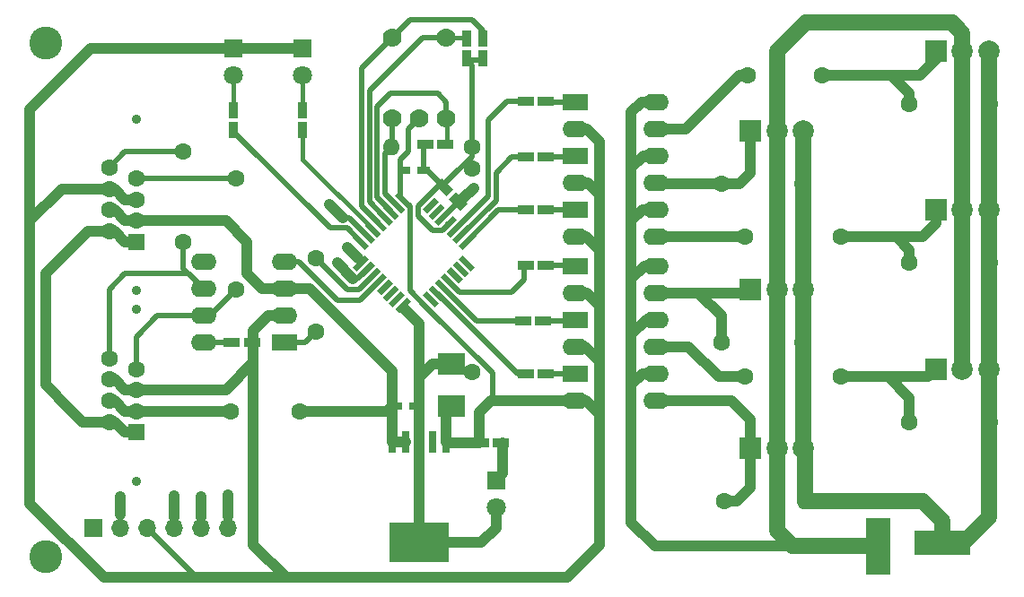
<source format=gbr>
G04 #@! TF.FileFunction,Copper,L2,Bot,Signal*
%FSLAX46Y46*%
G04 Gerber Fmt 4.6, Leading zero omitted, Abs format (unit mm)*
G04 Created by KiCad (PCBNEW 4.0.6) date 07/31/17 14:17:23*
%MOMM*%
%LPD*%
G01*
G04 APERTURE LIST*
%ADD10C,0.100000*%
%ADD11C,0.900000*%
%ADD12C,1.600000*%
%ADD13R,1.600000X1.600000*%
%ADD14R,2.000000X2.000000*%
%ADD15C,2.000000*%
%ADD16R,2.500000X2.000000*%
%ADD17R,1.800000X1.800000*%
%ADD18C,1.800000*%
%ADD19R,2.400000X1.600000*%
%ADD20O,2.400000X1.600000*%
%ADD21R,1.700000X1.700000*%
%ADD22O,1.700000X1.700000*%
%ADD23C,1.778000*%
%ADD24R,0.680000X2.123950*%
%ADD25R,5.699760X3.749550*%
%ADD26O,1.600000X1.600000*%
%ADD27R,1.524000X1.524000*%
%ADD28R,1.200000X0.750000*%
%ADD29R,0.900000X1.500000*%
%ADD30R,1.500000X0.900000*%
%ADD31C,3.110000*%
%ADD32C,1.000000*%
%ADD33C,1.500000*%
%ADD34C,0.500000*%
%ADD35C,0.400000*%
G04 APERTURE END LIST*
D10*
D11*
X100540000Y-107875000D03*
X100540000Y-124125000D03*
D12*
X100540000Y-113500000D03*
X100540000Y-115500000D03*
X100540000Y-117500000D03*
D13*
X100540000Y-119500000D03*
D12*
X98000000Y-112500000D03*
X98000000Y-114500000D03*
X98000000Y-116500000D03*
X98000000Y-118500000D03*
D11*
X100540000Y-89875000D03*
X100540000Y-106125000D03*
D12*
X100540000Y-95500000D03*
X100540000Y-97500000D03*
X100540000Y-99500000D03*
D13*
X100540000Y-101500000D03*
D12*
X98000000Y-94500000D03*
X98000000Y-96500000D03*
X98000000Y-98500000D03*
X98000000Y-100500000D03*
D14*
X176000000Y-98500000D03*
D15*
X178500000Y-98500000D03*
X181000000Y-98500000D03*
D16*
X130250000Y-117000000D03*
X130250000Y-113000000D03*
D17*
X116250000Y-83250000D03*
D18*
X116250000Y-85790000D03*
D17*
X109750000Y-83250000D03*
D18*
X109750000Y-85790000D03*
D17*
X134500000Y-124000000D03*
D18*
X134500000Y-126540000D03*
D19*
X142002000Y-88290000D03*
D20*
X149622000Y-90830000D03*
X142002000Y-90830000D03*
X149622000Y-88290000D03*
D19*
X142002000Y-93370000D03*
D20*
X149622000Y-95910000D03*
X142002000Y-95910000D03*
X149622000Y-93370000D03*
D19*
X142002000Y-98450000D03*
D20*
X149622000Y-100990000D03*
X142002000Y-100990000D03*
X149622000Y-98450000D03*
D19*
X142002000Y-103784000D03*
D20*
X149622000Y-106324000D03*
X142002000Y-106324000D03*
X149622000Y-103784000D03*
D19*
X142002000Y-108864000D03*
D20*
X149622000Y-111404000D03*
X142002000Y-111404000D03*
X149622000Y-108864000D03*
D19*
X142002000Y-113944000D03*
D20*
X149622000Y-116484000D03*
X142002000Y-116484000D03*
X149622000Y-113944000D03*
D21*
X96500000Y-128500000D03*
D22*
X99040000Y-128500000D03*
X101580000Y-128500000D03*
X104120000Y-128500000D03*
X106660000Y-128500000D03*
X109200000Y-128500000D03*
D23*
X129790000Y-82190000D03*
X124710000Y-82190000D03*
X124710000Y-89810000D03*
X127250000Y-89810000D03*
X129790000Y-89810000D03*
D10*
G36*
X128146536Y-96754757D02*
X128535445Y-97143666D01*
X127404074Y-98275037D01*
X127015165Y-97886128D01*
X128146536Y-96754757D01*
X128146536Y-96754757D01*
G37*
G36*
X128712221Y-97320443D02*
X129101130Y-97709352D01*
X127969759Y-98840723D01*
X127580850Y-98451814D01*
X128712221Y-97320443D01*
X128712221Y-97320443D01*
G37*
G36*
X129277907Y-97886128D02*
X129666816Y-98275037D01*
X128535445Y-99406408D01*
X128146536Y-99017499D01*
X129277907Y-97886128D01*
X129277907Y-97886128D01*
G37*
G36*
X129843592Y-98451813D02*
X130232501Y-98840722D01*
X129101130Y-99972093D01*
X128712221Y-99583184D01*
X129843592Y-98451813D01*
X129843592Y-98451813D01*
G37*
G36*
X130409278Y-99017499D02*
X130798187Y-99406408D01*
X129666816Y-100537779D01*
X129277907Y-100148870D01*
X130409278Y-99017499D01*
X130409278Y-99017499D01*
G37*
G36*
X130974963Y-99583184D02*
X131363872Y-99972093D01*
X130232501Y-101103464D01*
X129843592Y-100714555D01*
X130974963Y-99583184D01*
X130974963Y-99583184D01*
G37*
G36*
X131540648Y-100148870D02*
X131929557Y-100537779D01*
X130798186Y-101669150D01*
X130409277Y-101280241D01*
X131540648Y-100148870D01*
X131540648Y-100148870D01*
G37*
G36*
X132106334Y-100714555D02*
X132495243Y-101103464D01*
X131363872Y-102234835D01*
X130974963Y-101845926D01*
X132106334Y-100714555D01*
X132106334Y-100714555D01*
G37*
G36*
X132495243Y-103896536D02*
X132106334Y-104285445D01*
X130974963Y-103154074D01*
X131363872Y-102765165D01*
X132495243Y-103896536D01*
X132495243Y-103896536D01*
G37*
G36*
X131929557Y-104462221D02*
X131540648Y-104851130D01*
X130409277Y-103719759D01*
X130798186Y-103330850D01*
X131929557Y-104462221D01*
X131929557Y-104462221D01*
G37*
G36*
X131363872Y-105027907D02*
X130974963Y-105416816D01*
X129843592Y-104285445D01*
X130232501Y-103896536D01*
X131363872Y-105027907D01*
X131363872Y-105027907D01*
G37*
G36*
X130798187Y-105593592D02*
X130409278Y-105982501D01*
X129277907Y-104851130D01*
X129666816Y-104462221D01*
X130798187Y-105593592D01*
X130798187Y-105593592D01*
G37*
G36*
X130232501Y-106159278D02*
X129843592Y-106548187D01*
X128712221Y-105416816D01*
X129101130Y-105027907D01*
X130232501Y-106159278D01*
X130232501Y-106159278D01*
G37*
G36*
X129666816Y-106724963D02*
X129277907Y-107113872D01*
X128146536Y-105982501D01*
X128535445Y-105593592D01*
X129666816Y-106724963D01*
X129666816Y-106724963D01*
G37*
G36*
X129101130Y-107290648D02*
X128712221Y-107679557D01*
X127580850Y-106548186D01*
X127969759Y-106159277D01*
X129101130Y-107290648D01*
X129101130Y-107290648D01*
G37*
G36*
X128535445Y-107856334D02*
X128146536Y-108245243D01*
X127015165Y-107113872D01*
X127404074Y-106724963D01*
X128535445Y-107856334D01*
X128535445Y-107856334D01*
G37*
G36*
X126095926Y-106724963D02*
X126484835Y-107113872D01*
X125353464Y-108245243D01*
X124964555Y-107856334D01*
X126095926Y-106724963D01*
X126095926Y-106724963D01*
G37*
G36*
X125530241Y-106159277D02*
X125919150Y-106548186D01*
X124787779Y-107679557D01*
X124398870Y-107290648D01*
X125530241Y-106159277D01*
X125530241Y-106159277D01*
G37*
G36*
X124964555Y-105593592D02*
X125353464Y-105982501D01*
X124222093Y-107113872D01*
X123833184Y-106724963D01*
X124964555Y-105593592D01*
X124964555Y-105593592D01*
G37*
G36*
X124398870Y-105027907D02*
X124787779Y-105416816D01*
X123656408Y-106548187D01*
X123267499Y-106159278D01*
X124398870Y-105027907D01*
X124398870Y-105027907D01*
G37*
G36*
X123833184Y-104462221D02*
X124222093Y-104851130D01*
X123090722Y-105982501D01*
X122701813Y-105593592D01*
X123833184Y-104462221D01*
X123833184Y-104462221D01*
G37*
G36*
X123267499Y-103896536D02*
X123656408Y-104285445D01*
X122525037Y-105416816D01*
X122136128Y-105027907D01*
X123267499Y-103896536D01*
X123267499Y-103896536D01*
G37*
G36*
X122701814Y-103330850D02*
X123090723Y-103719759D01*
X121959352Y-104851130D01*
X121570443Y-104462221D01*
X122701814Y-103330850D01*
X122701814Y-103330850D01*
G37*
G36*
X122136128Y-102765165D02*
X122525037Y-103154074D01*
X121393666Y-104285445D01*
X121004757Y-103896536D01*
X122136128Y-102765165D01*
X122136128Y-102765165D01*
G37*
G36*
X122525037Y-101845926D02*
X122136128Y-102234835D01*
X121004757Y-101103464D01*
X121393666Y-100714555D01*
X122525037Y-101845926D01*
X122525037Y-101845926D01*
G37*
G36*
X123090723Y-101280241D02*
X122701814Y-101669150D01*
X121570443Y-100537779D01*
X121959352Y-100148870D01*
X123090723Y-101280241D01*
X123090723Y-101280241D01*
G37*
G36*
X123656408Y-100714555D02*
X123267499Y-101103464D01*
X122136128Y-99972093D01*
X122525037Y-99583184D01*
X123656408Y-100714555D01*
X123656408Y-100714555D01*
G37*
G36*
X124222093Y-100148870D02*
X123833184Y-100537779D01*
X122701813Y-99406408D01*
X123090722Y-99017499D01*
X124222093Y-100148870D01*
X124222093Y-100148870D01*
G37*
G36*
X124787779Y-99583184D02*
X124398870Y-99972093D01*
X123267499Y-98840722D01*
X123656408Y-98451813D01*
X124787779Y-99583184D01*
X124787779Y-99583184D01*
G37*
G36*
X125353464Y-99017499D02*
X124964555Y-99406408D01*
X123833184Y-98275037D01*
X124222093Y-97886128D01*
X125353464Y-99017499D01*
X125353464Y-99017499D01*
G37*
G36*
X125919150Y-98451814D02*
X125530241Y-98840723D01*
X124398870Y-97709352D01*
X124787779Y-97320443D01*
X125919150Y-98451814D01*
X125919150Y-98451814D01*
G37*
G36*
X126484835Y-97886128D02*
X126095926Y-98275037D01*
X124964555Y-97143666D01*
X125353464Y-96754757D01*
X126484835Y-97886128D01*
X126484835Y-97886128D01*
G37*
D24*
X129790520Y-120436500D03*
X127250520Y-120436500D03*
X128520520Y-120436500D03*
X125980520Y-120436500D03*
X124710520Y-120436500D03*
D25*
X127250000Y-129882000D03*
D14*
X176000000Y-83500000D03*
D15*
X178500000Y-83500000D03*
X181000000Y-83500000D03*
D14*
X158500000Y-91000000D03*
D15*
X161000000Y-91000000D03*
X163500000Y-91000000D03*
D14*
X158500000Y-106000000D03*
D15*
X161000000Y-106000000D03*
X163500000Y-106000000D03*
D14*
X176000000Y-113500000D03*
D15*
X178500000Y-113500000D03*
X181000000Y-113500000D03*
D14*
X158500000Y-121000000D03*
D15*
X161000000Y-121000000D03*
X163500000Y-121000000D03*
D12*
X173500000Y-88500000D03*
D26*
X181120000Y-88500000D03*
D12*
X155750000Y-96000000D03*
D26*
X163370000Y-96000000D03*
D12*
X173500000Y-103500000D03*
D26*
X181120000Y-103500000D03*
D12*
X155750000Y-111000000D03*
D26*
X163370000Y-111000000D03*
D12*
X173500000Y-118500000D03*
D26*
X181120000Y-118500000D03*
D12*
X156000000Y-126000000D03*
D26*
X163620000Y-126000000D03*
D12*
X132250000Y-92500000D03*
D26*
X124630000Y-92500000D03*
D19*
X114500000Y-111000000D03*
D20*
X106880000Y-103380000D03*
X114500000Y-108460000D03*
X106880000Y-105920000D03*
X114500000Y-105920000D03*
X106880000Y-108460000D03*
X114500000Y-103380000D03*
X106880000Y-111000000D03*
D27*
X170150000Y-128375000D03*
X170900000Y-128375000D03*
X170150000Y-129125000D03*
X170900000Y-129125000D03*
X170150000Y-129875000D03*
X170900000Y-129875000D03*
X170150000Y-130625000D03*
X170900000Y-130625000D03*
X170150000Y-131375000D03*
X170900000Y-131375000D03*
X170150000Y-132125000D03*
X170900000Y-132125000D03*
X174725000Y-129575000D03*
X175475000Y-129575000D03*
X176225000Y-129575000D03*
X176975000Y-129575000D03*
X177725000Y-129575000D03*
X178475000Y-129575000D03*
X174725000Y-130325000D03*
X175475000Y-130325000D03*
X176225000Y-130325000D03*
X176975000Y-130325000D03*
X177725000Y-130325000D03*
X178475000Y-130325000D03*
D28*
X127700000Y-94750000D03*
X125800000Y-94750000D03*
X125000000Y-117000000D03*
X126900000Y-117000000D03*
D29*
X116250000Y-90950000D03*
X116250000Y-89050000D03*
X109750000Y-90950000D03*
X109750000Y-89050000D03*
D30*
X134950000Y-120500000D03*
X133050000Y-120500000D03*
D10*
G36*
X128729721Y-96116117D02*
X129366117Y-95479721D01*
X130426777Y-96540381D01*
X129790381Y-97176777D01*
X128729721Y-96116117D01*
X128729721Y-96116117D01*
G37*
G36*
X130073223Y-97459619D02*
X130709619Y-96823223D01*
X131770279Y-97883883D01*
X131133883Y-98520279D01*
X130073223Y-97459619D01*
X130073223Y-97459619D01*
G37*
D30*
X109550000Y-111000000D03*
X111450000Y-111000000D03*
D29*
X133250000Y-84200000D03*
X133250000Y-82300000D03*
X131750000Y-84200000D03*
X131750000Y-82300000D03*
D30*
X127800000Y-92250000D03*
X129700000Y-92250000D03*
X139200000Y-88250000D03*
X137300000Y-88250000D03*
X139200000Y-93500000D03*
X137300000Y-93500000D03*
X139200000Y-98500000D03*
X137300000Y-98500000D03*
X139200000Y-103750000D03*
X137300000Y-103750000D03*
X138950000Y-109000000D03*
X137050000Y-109000000D03*
X139200000Y-114000000D03*
X137300000Y-114000000D03*
D31*
X92000000Y-131250000D03*
X92000000Y-82750000D03*
D12*
X132200000Y-113800000D03*
X132200000Y-94600000D03*
X116000000Y-117500000D03*
X109500000Y-117500000D03*
X165250000Y-85750000D03*
X158250000Y-85750000D03*
X167000000Y-101000000D03*
X158000000Y-101000000D03*
X167000000Y-114250000D03*
X158000000Y-114250000D03*
X110000000Y-95500000D03*
X110000000Y-106000000D03*
X105000000Y-93000000D03*
X105000000Y-101500000D03*
X117500000Y-103000000D03*
X117500000Y-110000000D03*
D32*
X149622000Y-113944000D02*
X148306000Y-113944000D01*
X148306000Y-113944000D02*
X147250000Y-115000000D01*
D33*
X161000000Y-88750000D02*
X161000000Y-83500000D01*
X163750000Y-80750000D02*
X175750000Y-80750000D01*
X161000000Y-83500000D02*
X163750000Y-80750000D01*
X161000000Y-91000000D02*
X161000000Y-88750000D01*
X178500000Y-81750000D02*
X178500000Y-83500000D01*
X177500000Y-80750000D02*
X178500000Y-81750000D01*
X175750000Y-80750000D02*
X177500000Y-80750000D01*
D32*
X155250000Y-130250000D02*
X149500000Y-130250000D01*
X147250000Y-128000000D02*
X147250000Y-122500000D01*
X149500000Y-130250000D02*
X147250000Y-128000000D01*
X163500000Y-130250000D02*
X155250000Y-130250000D01*
X147250000Y-112750000D02*
X147250000Y-110250000D01*
X147250000Y-122500000D02*
X147250000Y-115000000D01*
X147250000Y-115000000D02*
X147250000Y-112750000D01*
D33*
X170500000Y-130250000D02*
X163500000Y-130250000D01*
X163500000Y-130250000D02*
X162500000Y-130250000D01*
X161000000Y-128750000D02*
X161000000Y-121000000D01*
X162500000Y-130250000D02*
X161000000Y-128750000D01*
D32*
X148636000Y-108864000D02*
X147250000Y-110250000D01*
X149622000Y-108864000D02*
X148636000Y-108864000D01*
X148466000Y-103784000D02*
X147250000Y-105000000D01*
X149622000Y-103784000D02*
X148466000Y-103784000D01*
X147250000Y-105000000D02*
X147250000Y-110250000D01*
D33*
X178500000Y-83500000D02*
X178500000Y-98500000D01*
X178500000Y-98500000D02*
X178500000Y-113500000D01*
D32*
X149622000Y-98450000D02*
X148300000Y-98450000D01*
X148300000Y-98450000D02*
X147250000Y-99500000D01*
X149622000Y-93370000D02*
X148380000Y-93370000D01*
X148380000Y-93370000D02*
X147250000Y-94500000D01*
X149622000Y-88290000D02*
X148210000Y-88290000D01*
X147250000Y-89250000D02*
X147250000Y-94500000D01*
X147250000Y-94500000D02*
X147250000Y-99500000D01*
X147250000Y-99500000D02*
X147250000Y-105000000D01*
X148210000Y-88290000D02*
X147250000Y-89250000D01*
D33*
X161000000Y-91000000D02*
X161000000Y-106000000D01*
X161000000Y-106000000D02*
X161000000Y-121000000D01*
X163620000Y-126000000D02*
X174750000Y-126000000D01*
X176600000Y-127850000D02*
X176600000Y-129900000D01*
X174750000Y-126000000D02*
X176600000Y-127850000D01*
X181000000Y-113500000D02*
X181000000Y-118380000D01*
X181000000Y-118380000D02*
X181000000Y-127500000D01*
X181000000Y-127500000D02*
X178600000Y-129900000D01*
X178600000Y-129900000D02*
X176600000Y-129900000D01*
D32*
X163370000Y-111000000D02*
X163370000Y-113880000D01*
X163370000Y-113880000D02*
X163500000Y-113750000D01*
X163620000Y-121120000D02*
X163500000Y-121000000D01*
D33*
X163620000Y-126000000D02*
X163620000Y-121120000D01*
X181000000Y-98500000D02*
X181000000Y-87500000D01*
X181000000Y-113500000D02*
X181000000Y-104500000D01*
D32*
X181000000Y-103620000D02*
X181000000Y-104500000D01*
D33*
X181000000Y-104500000D02*
X181000000Y-98500000D01*
X181000000Y-87500000D02*
X181000000Y-83500000D01*
D34*
X181120000Y-88500000D02*
X181120000Y-87380000D01*
X181120000Y-87380000D02*
X181000000Y-87500000D01*
D32*
X181120000Y-103500000D02*
X181000000Y-103620000D01*
X163370000Y-96000000D02*
X163500000Y-96130000D01*
X163500000Y-96130000D02*
X163500000Y-97750000D01*
D33*
X163500000Y-121000000D02*
X163500000Y-113750000D01*
X163500000Y-113750000D02*
X163500000Y-106000000D01*
X163500000Y-106000000D02*
X163500000Y-97750000D01*
X163500000Y-97750000D02*
X163500000Y-91000000D01*
D34*
X132200000Y-94600000D02*
X131647183Y-94047183D01*
X130250000Y-113000000D02*
X132200000Y-113800000D01*
X132200000Y-94600000D02*
X131647183Y-94047183D01*
D32*
X127250520Y-120436500D02*
X127250520Y-117050520D01*
X127250520Y-117050520D02*
X127200000Y-117000000D01*
X127250520Y-120436500D02*
X127250520Y-129881480D01*
X127250520Y-129881480D02*
X127250000Y-129882000D01*
D34*
X125724695Y-107485103D02*
X125800000Y-107560408D01*
X125800000Y-107560408D02*
X125800000Y-107800000D01*
D32*
X125800000Y-107800000D02*
X127200000Y-109200000D01*
X127200000Y-109200000D02*
X127200000Y-114500000D01*
X127200000Y-117000000D02*
X127200000Y-114500000D01*
X127200000Y-114500000D02*
X127200000Y-114300000D01*
X127200000Y-114300000D02*
X128500000Y-113000000D01*
X128500000Y-113000000D02*
X130250000Y-113000000D01*
X134500000Y-126540000D02*
X134500000Y-128500000D01*
X133118000Y-129882000D02*
X127250000Y-129882000D01*
X134500000Y-128500000D02*
X133118000Y-129882000D01*
D34*
X127250520Y-120436500D02*
X127200000Y-120385980D01*
X127130840Y-99030840D02*
X128522103Y-100422103D01*
X128522103Y-100422103D02*
X129393583Y-100422103D01*
X129393583Y-100422103D02*
X129401652Y-100414034D01*
X129401652Y-100414034D02*
X130038047Y-99777639D01*
X127130840Y-98159362D02*
X127130840Y-99030840D01*
X127775305Y-97514897D02*
X127130840Y-98159362D01*
X127775305Y-97514897D02*
X129068019Y-96222183D01*
X131750000Y-84350000D02*
X133250000Y-84350000D01*
X129472183Y-96222183D02*
X130747183Y-94947183D01*
X130747183Y-94947183D02*
X131600000Y-94094366D01*
X131600000Y-94094366D02*
X132250000Y-93444366D01*
X132250000Y-93444366D02*
X132250000Y-92500000D01*
X132250000Y-92500000D02*
X132250000Y-84850000D01*
X132250000Y-84850000D02*
X131750000Y-84350000D01*
D35*
X128000000Y-94750000D02*
X127650000Y-94400000D01*
D34*
X127650000Y-94400000D02*
X127650000Y-92250000D01*
X128000000Y-94750000D02*
X129472183Y-96222183D01*
X129068019Y-96222183D02*
X129472183Y-96222183D01*
X127775305Y-97514897D02*
X127750000Y-97489592D01*
X101580000Y-128500000D02*
X106280000Y-133200000D01*
X106280000Y-133200000D02*
X107600000Y-133200000D01*
X127775305Y-107485103D02*
X134200000Y-113909798D01*
X134200000Y-113909798D02*
X134200000Y-116484000D01*
D32*
X98000000Y-96500000D02*
X93500000Y-96500000D01*
X93500000Y-96500000D02*
X90500000Y-99500000D01*
D34*
X111600000Y-111000000D02*
X111600000Y-109900000D01*
D32*
X111600000Y-112900000D02*
X111600000Y-130100000D01*
X111600000Y-130100000D02*
X114700000Y-133200000D01*
X97500000Y-133200000D02*
X90500000Y-126200000D01*
X90500000Y-126200000D02*
X90500000Y-99500000D01*
X90500000Y-99500000D02*
X90500000Y-89000000D01*
X96250000Y-83250000D02*
X109750000Y-83250000D01*
X90500000Y-89000000D02*
X96250000Y-83250000D01*
X97500000Y-133200000D02*
X97800000Y-133200000D01*
X114500000Y-108460000D02*
X113040000Y-108460000D01*
X109000000Y-115500000D02*
X100540000Y-115500000D01*
X111600000Y-112900000D02*
X109000000Y-115500000D01*
X111600000Y-109900000D02*
X111600000Y-112900000D01*
X113040000Y-108460000D02*
X111600000Y-109900000D01*
X98000000Y-114500000D02*
X98500000Y-114500000D01*
X98500000Y-114500000D02*
X99500000Y-115500000D01*
X99500000Y-115500000D02*
X100540000Y-115500000D01*
X98000000Y-96500000D02*
X98500000Y-96500000D01*
X98500000Y-96500000D02*
X99500000Y-97500000D01*
X99500000Y-97500000D02*
X100540000Y-97500000D01*
X144250000Y-120000000D02*
X144250000Y-130150000D01*
X144250000Y-130150000D02*
X141200000Y-133200000D01*
X141200000Y-133200000D02*
X114700000Y-133200000D01*
X144250000Y-117750000D02*
X144250000Y-120000000D01*
X114700000Y-133200000D02*
X107600000Y-133200000D01*
X107600000Y-133200000D02*
X98000000Y-133200000D01*
X98000000Y-133200000D02*
X97500000Y-133200000D01*
X142002000Y-116484000D02*
X134200000Y-116484000D01*
X134200000Y-116484000D02*
X134016000Y-116484000D01*
X132900000Y-117600000D02*
X132900000Y-120500000D01*
X134016000Y-116484000D02*
X132900000Y-117600000D01*
X132900000Y-120500000D02*
X129854020Y-120500000D01*
X129854020Y-120500000D02*
X129790520Y-120436500D01*
X129790520Y-120436500D02*
X129790520Y-117459480D01*
X129790520Y-117459480D02*
X130250000Y-117000000D01*
D34*
X126369160Y-100400000D02*
X126369160Y-101530840D01*
X126369160Y-98159362D02*
X126369160Y-100400000D01*
X126369160Y-100400000D02*
X126369160Y-106078958D01*
X126369160Y-106078958D02*
X127775305Y-107485103D01*
X125724695Y-97514897D02*
X126369160Y-98159362D01*
D32*
X109750000Y-83250000D02*
X116250000Y-83250000D01*
X144250000Y-97750000D02*
X144250000Y-92000000D01*
X144250000Y-92000000D02*
X143080000Y-90830000D01*
X143080000Y-90830000D02*
X142002000Y-90830000D01*
D34*
X125500000Y-94750000D02*
X125500000Y-93750000D01*
X126250000Y-90810000D02*
X127250000Y-89810000D01*
X126250000Y-93000000D02*
X126250000Y-90810000D01*
X125500000Y-93750000D02*
X126250000Y-93000000D01*
X125724695Y-97514897D02*
X125500000Y-97290202D01*
X125500000Y-97290202D02*
X125500000Y-94750000D01*
D32*
X142002000Y-116484000D02*
X142984000Y-116484000D01*
X142984000Y-116484000D02*
X144250000Y-117750000D01*
X142002000Y-111404000D02*
X142904000Y-111404000D01*
X142904000Y-111404000D02*
X144250000Y-112750000D01*
X142002000Y-106324000D02*
X143074000Y-106324000D01*
X143074000Y-106324000D02*
X144250000Y-107500000D01*
X142002000Y-100990000D02*
X142990000Y-100990000D01*
X142990000Y-100990000D02*
X144250000Y-102250000D01*
X142002000Y-95910000D02*
X143160000Y-95910000D01*
X143160000Y-95910000D02*
X144250000Y-97000000D01*
X144250000Y-97000000D02*
X144250000Y-97750000D01*
X144250000Y-97750000D02*
X144250000Y-102250000D01*
X144250000Y-102250000D02*
X144250000Y-107500000D01*
X144250000Y-107500000D02*
X144250000Y-112750000D01*
X144250000Y-112750000D02*
X144250000Y-117750000D01*
X100540000Y-117500000D02*
X109500000Y-117500000D01*
X116000000Y-117500000D02*
X124200000Y-117500000D01*
X124200000Y-117500000D02*
X124700000Y-117000000D01*
X117750000Y-106750000D02*
X124700000Y-113700000D01*
X124700000Y-113700000D02*
X124700000Y-117000000D01*
X114500000Y-105920000D02*
X116920000Y-105920000D01*
X116920000Y-105920000D02*
X117750000Y-106750000D01*
X114500000Y-105920000D02*
X115420000Y-105920000D01*
X124700000Y-116800000D02*
X124700000Y-117000000D01*
X114500000Y-105920000D02*
X112420000Y-105920000D01*
X111000000Y-104500000D02*
X111000000Y-103000000D01*
X112420000Y-105920000D02*
X111000000Y-104500000D01*
X100540000Y-99500000D02*
X109000000Y-99500000D01*
X109000000Y-99500000D02*
X111000000Y-101500000D01*
X111000000Y-101500000D02*
X111000000Y-103000000D01*
X113920000Y-105920000D02*
X114500000Y-105920000D01*
X98000000Y-116500000D02*
X98500000Y-116500000D01*
X98500000Y-116500000D02*
X99500000Y-117500000D01*
X99500000Y-117500000D02*
X100540000Y-117500000D01*
X98000000Y-98500000D02*
X98500000Y-98500000D01*
X98500000Y-98500000D02*
X99500000Y-99500000D01*
X99500000Y-99500000D02*
X100540000Y-99500000D01*
X125980520Y-120436500D02*
X124710520Y-120436500D01*
D34*
X124710520Y-120436500D02*
X124700000Y-120425980D01*
D32*
X124700000Y-120425980D02*
X124700000Y-117000000D01*
D35*
X116250000Y-85790000D02*
X116250000Y-88900000D01*
X109750000Y-85790000D02*
X109750000Y-88900000D01*
D32*
X135100000Y-120500000D02*
X135100000Y-123400000D01*
X135100000Y-123400000D02*
X134500000Y-124000000D01*
D34*
X132473528Y-98473528D02*
X133750000Y-97197056D01*
X133750000Y-90000000D02*
X135500000Y-88250000D01*
X133750000Y-97197056D02*
X133750000Y-90000000D01*
X130603732Y-100343324D02*
X132473528Y-98473528D01*
X135500000Y-88250000D02*
X137150000Y-88250000D01*
D32*
X176000000Y-83500000D02*
X176000000Y-84250000D01*
X176000000Y-84250000D02*
X174500000Y-85750000D01*
X174500000Y-85750000D02*
X172750000Y-85750000D01*
X173500000Y-88500000D02*
X173500000Y-87500000D01*
X173500000Y-87500000D02*
X171750000Y-85750000D01*
X149622000Y-90830000D02*
X152420000Y-90830000D01*
X165250000Y-85750000D02*
X169500000Y-85750000D01*
X169500000Y-85750000D02*
X171750000Y-85750000D01*
X171750000Y-85750000D02*
X172750000Y-85750000D01*
X172750000Y-85750000D02*
X173750000Y-85750000D01*
X157500000Y-85750000D02*
X158250000Y-85750000D01*
X152420000Y-90830000D02*
X157500000Y-85750000D01*
D34*
X131169417Y-100909010D02*
X134500000Y-97578427D01*
X136000000Y-93500000D02*
X137150000Y-93500000D01*
X134500000Y-95000000D02*
X136000000Y-93500000D01*
X134500000Y-97578427D02*
X134500000Y-95000000D01*
D32*
X157000000Y-96000000D02*
X157500000Y-96000000D01*
X155750000Y-96000000D02*
X157000000Y-96000000D01*
X158500000Y-94500000D02*
X158500000Y-91000000D01*
X158500000Y-95000000D02*
X158500000Y-94500000D01*
X157500000Y-96000000D02*
X158500000Y-95000000D01*
X155750000Y-96000000D02*
X149712000Y-96000000D01*
X149712000Y-96000000D02*
X149622000Y-95910000D01*
X149622000Y-95910000D02*
X149712000Y-96000000D01*
D34*
X131735103Y-101474695D02*
X134709798Y-98500000D01*
X134709798Y-98500000D02*
X137150000Y-98500000D01*
D32*
X167000000Y-101000000D02*
X172250000Y-101000000D01*
X173500000Y-102250000D02*
X172250000Y-101000000D01*
X172250000Y-101000000D02*
X174750000Y-101000000D01*
X173500000Y-103500000D02*
X173500000Y-102250000D01*
X174750000Y-101000000D02*
X176000000Y-99750000D01*
X176000000Y-99750000D02*
X176000000Y-98500000D01*
X149622000Y-100990000D02*
X157990000Y-100990000D01*
X157990000Y-100990000D02*
X158000000Y-101000000D01*
D34*
X130038047Y-105222361D02*
X131065686Y-106250000D01*
X137150000Y-105100000D02*
X137150000Y-103750000D01*
X136000000Y-106250000D02*
X137150000Y-105100000D01*
X131065686Y-106250000D02*
X136000000Y-106250000D01*
D32*
X152250000Y-106324000D02*
X153574000Y-106324000D01*
X155750000Y-108500000D02*
X155750000Y-111000000D01*
X153574000Y-106324000D02*
X155750000Y-108500000D01*
X149622000Y-106324000D02*
X152250000Y-106324000D01*
X152250000Y-106324000D02*
X158176000Y-106324000D01*
X158176000Y-106324000D02*
X158500000Y-106000000D01*
D34*
X129472361Y-105788047D02*
X132684314Y-109000000D01*
X132684314Y-109000000D02*
X136900000Y-109000000D01*
D32*
X173500000Y-118500000D02*
X173500000Y-116250000D01*
X173500000Y-116250000D02*
X171500000Y-114250000D01*
X149622000Y-111404000D02*
X152654000Y-111404000D01*
X167000000Y-114250000D02*
X171500000Y-114250000D01*
X171500000Y-114250000D02*
X175250000Y-114250000D01*
X155500000Y-114250000D02*
X158000000Y-114250000D01*
X152654000Y-111404000D02*
X155500000Y-114250000D01*
X175250000Y-114250000D02*
X176000000Y-113500000D01*
D34*
X128906676Y-106353732D02*
X136552944Y-114000000D01*
X136552944Y-114000000D02*
X137150000Y-114000000D01*
D32*
X158500000Y-121000000D02*
X158500000Y-124750000D01*
X157250000Y-126000000D02*
X156000000Y-126000000D01*
X158500000Y-124750000D02*
X157250000Y-126000000D01*
X149622000Y-116484000D02*
X156734000Y-116484000D01*
X158500000Y-118250000D02*
X158500000Y-121000000D01*
X156734000Y-116484000D02*
X158500000Y-118250000D01*
D34*
X106880000Y-108460000D02*
X107540000Y-108460000D01*
X107540000Y-108460000D02*
X110000000Y-106000000D01*
X110000000Y-95500000D02*
X100540000Y-95500000D01*
X106880000Y-108460000D02*
X102540000Y-108460000D01*
X100540000Y-110460000D02*
X100540000Y-113500000D01*
X102540000Y-108460000D02*
X100540000Y-110460000D01*
D32*
X94250000Y-117250000D02*
X92000000Y-115000000D01*
X92000000Y-104500000D02*
X94000000Y-102500000D01*
X92000000Y-115000000D02*
X92000000Y-104500000D01*
X98000000Y-100500000D02*
X96000000Y-100500000D01*
X96000000Y-100500000D02*
X94000000Y-102500000D01*
X95500000Y-118500000D02*
X98000000Y-118500000D01*
X94250000Y-117250000D02*
X95500000Y-118500000D01*
X98000000Y-118500000D02*
X98500000Y-118500000D01*
X98500000Y-118500000D02*
X99500000Y-119500000D01*
X99500000Y-119500000D02*
X100540000Y-119500000D01*
X98000000Y-100500000D02*
X98500000Y-100500000D01*
X98500000Y-100500000D02*
X99500000Y-101500000D01*
X99500000Y-101500000D02*
X100540000Y-101500000D01*
D34*
X106880000Y-105920000D02*
X105000000Y-104040000D01*
X99500000Y-93000000D02*
X98000000Y-94500000D01*
X105000000Y-93000000D02*
X99500000Y-93000000D01*
X105000000Y-104040000D02*
X105000000Y-101500000D01*
X98000000Y-112500000D02*
X98000000Y-106000000D01*
X105460000Y-104500000D02*
X106880000Y-105920000D01*
X99500000Y-104500000D02*
X105460000Y-104500000D01*
X98000000Y-106000000D02*
X99500000Y-104500000D01*
X99040000Y-128500000D02*
X99040000Y-127240000D01*
D32*
X99040000Y-127240000D02*
X99040000Y-125560000D01*
D34*
X121764897Y-103525305D02*
X121500000Y-103260408D01*
D32*
X121500000Y-103000000D02*
X120500000Y-102000000D01*
D34*
X121500000Y-103260408D02*
X121500000Y-103000000D01*
X121764897Y-103525305D02*
X121739592Y-103500000D01*
X104120000Y-128500000D02*
X104120000Y-127480000D01*
D32*
X104120000Y-127480000D02*
X104120000Y-125480000D01*
D34*
X122330583Y-104090990D02*
X121421573Y-105000000D01*
D32*
X121000000Y-105000000D02*
X119500000Y-103500000D01*
D34*
X121421573Y-105000000D02*
X121000000Y-105000000D01*
X106660000Y-128500000D02*
X106660000Y-127540000D01*
D32*
X106660000Y-127540000D02*
X106660000Y-125540000D01*
D34*
X131027817Y-97777817D02*
X131400000Y-97405634D01*
D32*
X131400000Y-97400000D02*
X132400000Y-96400000D01*
D34*
X131400000Y-97405634D02*
X131400000Y-97400000D01*
X129472361Y-99211953D02*
X130906497Y-97777817D01*
X130906497Y-97777817D02*
X131027817Y-97777817D01*
X109200000Y-128500000D02*
X109200000Y-127400000D01*
D32*
X109200000Y-127400000D02*
X109200000Y-125400000D01*
D34*
X122330583Y-100909010D02*
X120621573Y-99200000D01*
D32*
X120000000Y-99200000D02*
X118800000Y-98000000D01*
D34*
X120621573Y-99200000D02*
X120000000Y-99200000D01*
D35*
X116250000Y-91100000D02*
X116250000Y-93697056D01*
X116250000Y-93697056D02*
X122896268Y-100343324D01*
D34*
X121764897Y-101474695D02*
X120490202Y-100200000D01*
X118850000Y-100200000D02*
X109750000Y-91100000D01*
X120490202Y-100200000D02*
X118850000Y-100200000D01*
X106880000Y-111000000D02*
X109400000Y-111000000D01*
X124710000Y-82190000D02*
X126400000Y-80500000D01*
D35*
X133250000Y-81500000D02*
X133250000Y-82150000D01*
D34*
X132250000Y-80500000D02*
X133250000Y-81500000D01*
X126400000Y-80500000D02*
X132250000Y-80500000D01*
X123461953Y-99777639D02*
X121849996Y-98165682D01*
X121849996Y-85050004D02*
X124710000Y-82190000D01*
X121849996Y-98165682D02*
X121849996Y-85050004D01*
D35*
X131750000Y-82150000D02*
X131710000Y-82190000D01*
X131710000Y-82190000D02*
X129790000Y-82190000D01*
D34*
X124027639Y-99211953D02*
X122549998Y-97734312D01*
X127560000Y-82190000D02*
X129790000Y-82190000D01*
X122549998Y-87200002D02*
X127560000Y-82190000D01*
X122549998Y-97734312D02*
X122549998Y-87200002D01*
D35*
X129790000Y-89810000D02*
X129850000Y-89870000D01*
X129850000Y-89870000D02*
X129850000Y-92250000D01*
D34*
X129790000Y-89810000D02*
X129790000Y-88290000D01*
X123250000Y-97302944D02*
X124593324Y-98646268D01*
X123250000Y-88750000D02*
X123250000Y-97302944D01*
X124500000Y-87500000D02*
X123250000Y-88750000D01*
X129000000Y-87500000D02*
X124500000Y-87500000D01*
X129790000Y-88290000D02*
X129000000Y-87500000D01*
X125159010Y-98080583D02*
X124000000Y-96921573D01*
X124000000Y-93130000D02*
X124630000Y-92500000D01*
X124000000Y-96921573D02*
X124000000Y-93130000D01*
X124710000Y-92420000D02*
X124710000Y-89810000D01*
X114500000Y-103380000D02*
X115880000Y-103380000D01*
X119500000Y-107000000D02*
X121684314Y-107000000D01*
X115880000Y-103380000D02*
X119500000Y-107000000D01*
X121842157Y-106842157D02*
X121684314Y-107000000D01*
X122592157Y-106092157D02*
X123461953Y-105222361D01*
X122592157Y-106092157D02*
X121842157Y-106842157D01*
X114500000Y-111000000D02*
X116500000Y-111000000D01*
X121552944Y-106000000D02*
X122896268Y-104656676D01*
X120500000Y-106000000D02*
X121552944Y-106000000D01*
X117500000Y-103000000D02*
X120500000Y-106000000D01*
X116500000Y-111000000D02*
X117500000Y-110000000D01*
X142002000Y-88290000D02*
X139390000Y-88290000D01*
D35*
X139390000Y-88290000D02*
X139350000Y-88250000D01*
D34*
X139350000Y-93500000D02*
X141872000Y-93500000D01*
X141872000Y-93500000D02*
X142002000Y-93370000D01*
X142002000Y-98450000D02*
X139400000Y-98450000D01*
X139400000Y-98450000D02*
X139350000Y-98500000D01*
X139350000Y-103750000D02*
X141968000Y-103750000D01*
X141968000Y-103750000D02*
X142002000Y-103784000D01*
X139100000Y-109000000D02*
X141866000Y-109000000D01*
X141866000Y-109000000D02*
X142002000Y-108864000D01*
X142002000Y-113944000D02*
X139406000Y-113944000D01*
X139406000Y-113944000D02*
X139350000Y-114000000D01*
M02*

</source>
